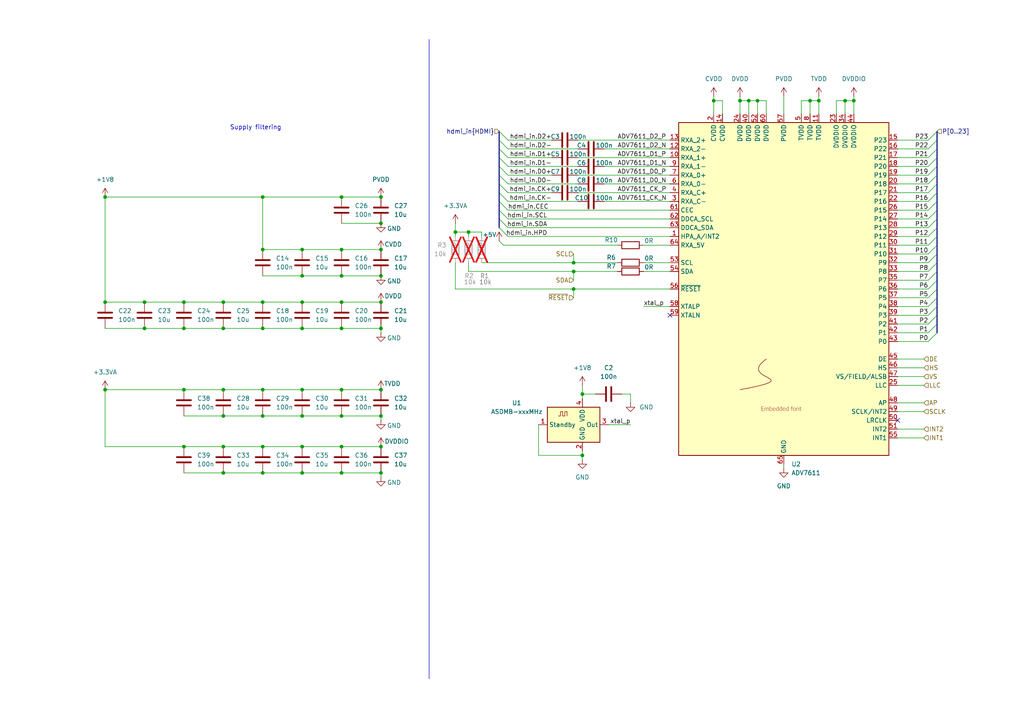
<source format=kicad_sch>
(kicad_sch (version 20250114) (generator "eeschema") (generator_version "9.0")
  (paper "A4")
  (lib_symbols
    (symbol "Device:C" (pin_numbers (hide yes)) (pin_names (offset 0.254))
      (property "Reference" "C" (at 0.635 2.54 0))
      (property "Value" "C" (at 0.635 -2.54 0))
      (symbol "C_0_1"
        (polyline (pts (xy -2.032 0.762) (xy 2.032 0.762)) (stroke (width 0.508)))
        (polyline (pts (xy -2.032 -0.762) (xy 2.032 -0.762)) (stroke (width 0.508)))
      )
      (symbol "C_1_1"
        (pin passive line (at 0 3.81 270) (length 2.794) (name "~") (number "1"))
        (pin passive line (at 0 -3.81 90) (length 2.794) (name "~") (number "2"))
      )
    )
    (symbol "Device:R" (pin_numbers (hide yes)) (pin_names (offset 0))
      (property "Reference" "R" (at 2.032 0 90))
      (property "Value" "R" (at 0 0 90))
      (symbol "R_0_1"
        (rectangle (start -1.016 -2.54) (end 1.016 2.54) (stroke (width 0.254)))
      )
      (symbol "R_1_1"
        (pin passive line (at 0 3.81 270) (length 1.27) (name "~") (number "1"))
        (pin passive line (at 0 -3.81 90) (length 1.27) (name "~") (number "2"))
      )
    )
    (symbol "Interface_HDMI:ADV7611"
      (property "Reference" "U2" (at 2.1941 -50.8 0))
      (property "Value" "ADV7611" (at 2.1941 -53.34 0))
      (symbol "ADV7611_0_1"
        (rectangle (start -30.48 48.26) (end 30.48 -48.26) (stroke (width 0.254)) (fill (type background)))
        (bezier (pts (xy -12.7 -29.21) (xy 7.62 -25.4) (xy -13.97 -26.67) (xy -5.08 -20.32)))
      )
      (symbol "ADV7611_1_1"
        (text "Embedded font" (at -0.762 -34.798 0) (effects (font (size 1.27 1.27))))
        (pin input line (at -33.02 43.18 0) (length 2.54) (name "RXA_2+") (number "13"))
        (pin input line (at -33.02 40.64 0) (length 2.54) (name "RXA_2-") (number "12"))
        (pin input line (at -33.02 38.1 0) (length 2.54) (name "RXA_1+") (number "10"))
        (pin input line (at -33.02 35.56 0) (length 2.54) (name "RXA_1-") (number "9"))
        (pin input line (at -33.02 33.02 0) (length 2.54) (name "RXA_0+") (number "7"))
        (pin input line (at -33.02 30.48 0) (length 2.54) (name "RXA_0-") (number "6"))
        (pin input line (at -33.02 27.94 0) (length 2.54) (name "RXA_C+") (number "4"))
        (pin input line (at -33.02 25.4 0) (length 2.54) (name "RXA_C-") (number "3"))
        (pin bidirectional line (at -33.02 22.86 0) (length 2.54) (name "CEC") (number "61"))
        (pin input line (at -33.02 20.32 0) (length 2.54) (name "DDCA_SCL") (number "62"))
        (pin bidirectional line (at -33.02 17.78 0) (length 2.54) (name "DDCA_SDA") (number "63"))
        (pin bidirectional line (at -33.02 15.24 0) (length 2.54) (name "HPA_A/INT2") (number "1"))
        (pin input line (at -33.02 12.7 0) (length 2.54) (name "RXA_5V") (number "64"))
        (pin input line (at -33.02 7.62 0) (length 2.54) (name "SCL") (number "53"))
        (pin bidirectional line (at -33.02 5.08 0) (length 2.54) (name "SDA") (number "54"))
        (pin input line (at -33.02 0 0) (length 2.54) (name "~{RESET}") (number "56"))
        (pin input line (at -33.02 -5.08 0) (length 2.54) (name "XTALP") (number "58"))
        (pin input line (at -33.02 -7.62 0) (length 2.54) (name "XTALN") (number "59"))
        (pin power_in line (at -20.32 50.8 270) (length 2.54) (name "CVDD") (number "2"))
        (pin power_in line (at -17.78 50.8 270) (length 2.54) (name "CVDD") (number "14"))
        (pin power_in line (at -12.7 50.8 270) (length 2.54) (name "DVDD") (number "24"))
        (pin power_in line (at -10.16 50.8 270) (length 2.54) (name "DVDD") (number "40"))
        (pin power_in line (at -7.62 50.8 270) (length 2.54) (name "DVDD") (number "52"))
        (pin power_in line (at -5.08 50.8 270) (length 2.54) (name "DVDD") (number "60"))
        (pin power_in line (at 0 50.8 270) (length 2.54) (name "PVDD") (number "57"))
        (pin power_in line (at 0 -50.8 90) (length 2.54) (name "GND") (number "65"))
        (pin power_in line (at 5.08 50.8 270) (length 2.54) (name "TVDD") (number "5"))
        (pin power_in line (at 7.62 50.8 270) (length 2.54) (name "TVDD") (number "8"))
        (pin power_in line (at 10.16 50.8 270) (length 2.54) (name "TVDD") (number "11"))
        (pin power_in line (at 15.24 50.8 270) (length 2.54) (name "DVDDIO") (number "23"))
        (pin power_in line (at 17.78 50.8 270) (length 2.54) (name "DVDDIO") (number "34"))
        (pin power_in line (at 20.32 50.8 270) (length 2.54) (name "DVDDIO") (number "44"))
        (pin output line (at 33.02 43.18 180) (length 2.54) (name "P23") (number "15"))
        (pin output line (at 33.02 40.64 180) (length 2.54) (name "P22") (number "16"))
        (pin output line (at 33.02 38.1 180) (length 2.54) (name "P21") (number "17"))
        (pin output line (at 33.02 35.56 180) (length 2.54) (name "P20") (number "18"))
        (pin output line (at 33.02 33.02 180) (length 2.54) (name "P19") (number "19"))
        (pin output line (at 33.02 30.48 180) (length 2.54) (name "P18") (number "20"))
        (pin output line (at 33.02 27.94 180) (length 2.54) (name "P17") (number "21"))
        (pin output line (at 33.02 25.4 180) (length 2.54) (name "P16") (number "22"))
        (pin output line (at 33.02 22.86 180) (length 2.54) (name "P15") (number "26"))
        (pin output line (at 33.02 20.32 180) (length 2.54) (name "P14") (number "27"))
        (pin output line (at 33.02 17.78 180) (length 2.54) (name "P13") (number "28"))
        (pin output line (at 33.02 15.24 180) (length 2.54) (name "P12") (number "29"))
        (pin output line (at 33.02 12.7 180) (length 2.54) (name "P11") (number "30"))
        (pin output line (at 33.02 10.16 180) (length 2.54) (name "P10") (number "31"))
        (pin output line (at 33.02 7.62 180) (length 2.54) (name "P9") (number "32"))
        (pin output line (at 33.02 5.08 180) (length 2.54) (name "P8") (number "33"))
        (pin output line (at 33.02 2.54 180) (length 2.54) (name "P7") (number "35"))
        (pin output line (at 33.02 0 180) (length 2.54) (name "P6") (number "36"))
        (pin output line (at 33.02 -2.54 180) (length 2.54) (name "P5") (number "37"))
        (pin output line (at 33.02 -5.08 180) (length 2.54) (name "P4") (number "38"))
        (pin output line (at 33.02 -7.62 180) (length 2.54) (name "P3") (number "39"))
        (pin output line (at 33.02 -10.16 180) (length 2.54) (name "P2") (number "41"))
        (pin output line (at 33.02 -12.7 180) (length 2.54) (name "P1") (number "42"))
        (pin output line (at 33.02 -15.24 180) (length 2.54) (name "P0") (number "43"))
        (pin output line (at 33.02 -20.32 180) (length 2.54) (name "DE") (number "45"))
        (pin output line (at 33.02 -22.86 180) (length 2.54) (name "HS") (number "46"))
        (pin bidirectional line (at 33.02 -25.4 180) (length 2.54) (name "VS/FIELD/ALSB") (number "47"))
        (pin output line (at 33.02 -27.94 180) (length 2.54) (name "LLC") (number "25"))
        (pin output line (at 33.02 -33.02 180) (length 2.54) (name "AP") (number "48"))
        (pin output line (at 33.02 -35.56 180) (length 2.54) (name "SCLK/INT2") (number "49"))
        (pin output line (at 33.02 -38.1 180) (length 2.54) (name "LRCLK") (number "50"))
        (pin output line (at 33.02 -40.64 180) (length 2.54) (name "MCLK") (number "51") (alternate "INT2" output line))
        (pin output line (at 33.02 -43.18 180) (length 2.54) (name "INT1") (number "55"))
      )
    )
    (symbol "Oscillator:ASDMB-xxxMHz"
      (property "Reference" "U" (at -6.35 6.35 0))
      (property "Value" "ASDMB-xxxMHz" (at 11.43 6.35 0))
      (symbol "ASDMB-xxxMHz_1_1"
        (rectangle (start -7.62 5.08) (end 7.62 -5.08) (stroke (width 0.254)) (fill (type background)))
        (polyline (pts (xy -4.445 2.54) (xy -3.81 2.54) (xy -3.81 3.81) (xy -3.175 3.81) (xy -3.175 2.54) (xy -2.54 2.54) (xy -2.54 3.81) (xy -1.905 3.81) (xy -1.905 2.54)))
        (pin input line (at -10.16 0 0) (length 2.54) (name "Standby") (number "1"))
        (pin power_in line (at 2.54 7.62 270) (length 2.54) (name "VDD") (number "4"))
        (pin power_in line (at 2.54 -7.62 90) (length 2.54) (name "GND") (number "2"))
        (pin output line (at 10.16 0 180) (length 2.54) (name "Out") (number "3"))
      )
    )
    (symbol "power:+1V8" (power) (pin_numbers (hide yes)) (pin_names (offset 0) (hide yes))
      (property "Value" "+1V8" (at 0 3.556 0))
      (symbol "+1V8_0_1"
        (polyline (pts (xy -0.762 1.27) (xy 0 2.54)))
        (polyline (pts (xy 0 2.54) (xy 0.762 1.27)))
        (polyline (pts (xy 0 0) (xy 0 2.54)))
      )
      (symbol "+1V8_1_1"
        (pin power_in line (at 0 0 90) (length 0) (name "~") (number "1"))
      )
    )
    (symbol "power:+3.3VA" (power) (pin_numbers (hide yes)) (pin_names (offset 0) (hide yes))
      (property "Value" "+3.3VA" (at 0 3.556 0))
      (symbol "+3.3VA_0_1"
        (polyline (pts (xy -0.762 1.27) (xy 0 2.54)))
        (polyline (pts (xy 0 2.54) (xy 0.762 1.27)))
        (polyline (pts (xy 0 0) (xy 0 2.54)))
      )
      (symbol "+3.3VA_1_1"
        (pin power_in line (at 0 0 90) (length 0) (name "~") (number "1"))
      )
    )
    (symbol "power:+5V" (power) (pin_numbers (hide yes)) (pin_names (offset 0) (hide yes))
      (property "Value" "+5V" (at 0 3.556 0))
      (symbol "+5V_0_1"
        (polyline (pts (xy -0.762 1.27) (xy 0 2.54)))
        (polyline (pts (xy 0 2.54) (xy 0.762 1.27)))
        (polyline (pts (xy 0 0) (xy 0 2.54)))
      )
      (symbol "+5V_1_1"
        (pin power_in line (at 0 0 90) (length 0) (name "~") (number "1"))
      )
    )
    (symbol "power:GND" (power) (pin_numbers (hide yes)) (pin_names (offset 0) (hide yes))
      (property "Value" "GND" (at 0 -3.81 0))
      (symbol "GND_0_1"
        (polyline (pts (xy 0 0) (xy 0 -1.27) (xy 1.27 -1.27) (xy 0 -2.54) (xy -1.27 -1.27) (xy 0 -1.27)))
      )
      (symbol "GND_1_1"
        (pin power_in line (at 0 0 270) (length 0) (name "~") (number "1"))
      )
    )
  )
  (text "Supply filtering" (at 74.168 37.084 0) (effects (font (size 1.27 1.27))))
  (junction (at 87.63 137.16))
  (junction (at 110.49 57.15))
  (junction (at 41.91 87.63))
  (junction (at 76.2 120.65))
  (junction (at 110.49 113.03))
  (junction (at 87.63 113.03))
  (junction (at 87.63 95.25))
  (junction (at 41.91 95.25))
  (junction (at 166.37 76.2))
  (junction (at 245.11 29.21))
  (junction (at 132.08 67.31))
  (junction (at 110.49 64.77))
  (junction (at 207.01 29.21))
  (junction (at 30.48 57.15))
  (junction (at 168.91 114.3))
  (junction (at 166.37 83.82))
  (junction (at 64.77 95.25))
  (junction (at 166.37 78.74))
  (junction (at 110.49 137.16))
  (junction (at 99.06 113.03))
  (junction (at 30.48 113.03))
  (junction (at 168.91 132.08))
  (junction (at 99.06 72.39))
  (junction (at 99.06 80.01))
  (junction (at 99.06 95.25))
  (junction (at 64.77 129.54))
  (junction (at 30.48 87.63))
  (junction (at 76.2 87.63))
  (junction (at 87.63 120.65))
  (junction (at 110.49 129.54))
  (junction (at 214.63 29.21))
  (junction (at 234.95 29.21))
  (junction (at 76.2 129.54))
  (junction (at 64.77 120.65))
  (junction (at 53.34 113.03))
  (junction (at 76.2 95.25))
  (junction (at 64.77 137.16))
  (junction (at 53.34 95.25))
  (junction (at 237.49 29.21))
  (junction (at 87.63 80.01))
  (junction (at 99.06 120.65))
  (junction (at 76.2 113.03))
  (junction (at 53.34 129.54))
  (junction (at 99.06 57.15))
  (junction (at 217.17 29.21))
  (junction (at 64.77 113.03))
  (junction (at 87.63 129.54))
  (junction (at 76.2 72.39))
  (junction (at 247.65 29.21))
  (junction (at 110.49 87.63))
  (junction (at 110.49 72.39))
  (junction (at 110.49 95.25))
  (junction (at 99.06 87.63))
  (junction (at 110.49 80.01))
  (junction (at 76.2 137.16))
  (junction (at 99.06 129.54))
  (junction (at 135.89 67.31))
  (junction (at 64.77 87.63))
  (junction (at 53.34 87.63))
  (junction (at 76.2 57.15))
  (junction (at 219.71 29.21))
  (junction (at 87.63 72.39))
  (junction (at 87.63 87.63))
  (junction (at 99.06 137.16))
  (junction (at 110.49 120.65))
  (no_connect (at 194.31 91.44))
  (no_connect (at 260.35 121.92))
  (bus_entry (at 269.24 45.72) (size 2.54 -2.54))
  (bus_entry (at 144.78 50.8) (size 2.54 2.54))
  (bus_entry (at 269.24 93.98) (size 2.54 -2.54))
  (bus_entry (at 269.24 78.74) (size 2.54 -2.54))
  (bus_entry (at 269.24 68.58) (size 2.54 -2.54))
  (bus_entry (at 144.78 55.88) (size 2.54 2.54))
  (bus_entry (at 269.24 96.52) (size 2.54 -2.54))
  (bus_entry (at 269.24 53.34) (size 2.54 -2.54))
  (bus_entry (at 144.78 38.1) (size 2.54 2.54))
  (bus_entry (at 269.24 60.96) (size 2.54 -2.54))
  (bus_entry (at 269.24 48.26) (size 2.54 -2.54))
  (bus_entry (at 269.24 73.66) (size 2.54 -2.54))
  (bus_entry (at 144.78 45.72) (size 2.54 2.54))
  (bus_entry (at 269.24 43.18) (size 2.54 -2.54))
  (bus_entry (at 144.78 60.96) (size 2.54 2.54))
  (bus_entry (at 269.24 76.2) (size 2.54 -2.54))
  (bus_entry (at 144.78 43.18) (size 2.54 2.54))
  (bus_entry (at 144.78 66.04) (size 2.54 2.54))
  (bus_entry (at 269.24 50.8) (size 2.54 -2.54))
  (bus_entry (at 144.78 48.26) (size 2.54 2.54))
  (bus_entry (at 269.24 91.44) (size 2.54 -2.54))
  (bus_entry (at 269.24 83.82) (size 2.54 -2.54))
  (bus_entry (at 269.24 99.06) (size 2.54 -2.54))
  (bus_entry (at 269.24 66.04) (size 2.54 -2.54))
  (bus_entry (at 144.78 53.34) (size 2.54 2.54))
  (bus_entry (at 144.78 63.5) (size 2.54 2.54))
  (bus_entry (at 269.24 86.36) (size 2.54 -2.54))
  (bus_entry (at 269.24 55.88) (size 2.54 -2.54))
  (bus_entry (at 144.78 58.42) (size 2.54 2.54))
  (bus_entry (at 269.24 81.28) (size 2.54 -2.54))
  (bus_entry (at 269.24 58.42) (size 2.54 -2.54))
  (bus_entry (at 144.78 40.64) (size 2.54 2.54))
  (bus_entry (at 269.24 40.64) (size 2.54 -2.54))
  (bus_entry (at 269.24 63.5) (size 2.54 -2.54))
  (bus_entry (at 269.24 71.12) (size 2.54 -2.54))
  (bus_entry (at 269.24 88.9) (size 2.54 -2.54))
  (wire (pts (xy 168.91 130.81) (xy 168.91 132.08)))
  (wire (pts (xy 166.37 78.74) (xy 179.07 78.74)))
  (wire (pts (xy 156.21 132.08) (xy 168.91 132.08)))
  (wire (pts (xy 147.32 45.72) (xy 160.02 45.72)))
  (bus (pts (xy 271.78 50.8) (xy 271.78 53.34)))
  (wire (pts (xy 87.63 80.01) (xy 99.06 80.01)))
  (bus (pts (xy 144.78 45.72) (xy 144.78 48.26)))
  (wire (pts (xy 209.55 29.21) (xy 207.01 29.21)))
  (wire (pts (xy 207.01 27.94) (xy 207.01 29.21)))
  (bus (pts (xy 144.78 50.8) (xy 144.78 53.34)))
  (wire (pts (xy 260.35 45.72) (xy 269.24 45.72)))
  (wire (pts (xy 99.06 57.15) (xy 110.49 57.15)))
  (wire (pts (xy 227.33 134.62) (xy 227.33 135.89)))
  (wire (pts (xy 222.25 33.02) (xy 222.25 29.21)))
  (wire (pts (xy 147.32 58.42) (xy 167.64 58.42)))
  (wire (pts (xy 260.35 50.8) (xy 269.24 50.8)))
  (wire (pts (xy 260.35 58.42) (xy 269.24 58.42)))
  (bus (pts (xy 271.78 40.64) (xy 271.78 43.18)))
  (wire (pts (xy 234.95 29.21) (xy 237.49 29.21)))
  (bus (pts (xy 271.78 73.66) (xy 271.78 76.2)))
  (wire (pts (xy 214.63 29.21) (xy 214.63 33.02)))
  (wire (pts (xy 53.34 129.54) (xy 30.48 129.54)))
  (wire (pts (xy 186.69 76.2) (xy 194.31 76.2)))
  (bus (pts (xy 271.78 86.36) (xy 271.78 88.9)))
  (wire (pts (xy 99.06 87.63) (xy 87.63 87.63)))
  (wire (pts (xy 139.7 76.2) (xy 166.37 76.2)))
  (wire (pts (xy 186.69 71.12) (xy 194.31 71.12)))
  (wire (pts (xy 175.26 53.34) (xy 194.31 53.34)))
  (bus (pts (xy 144.78 40.64) (xy 144.78 43.18)))
  (wire (pts (xy 166.37 83.82) (xy 166.37 86.36)))
  (wire (pts (xy 53.34 95.25) (xy 64.77 95.25)))
  (wire (pts (xy 172.72 114.3) (xy 168.91 114.3)))
  (wire (pts (xy 135.89 76.2) (xy 135.89 78.74)))
  (wire (pts (xy 147.32 66.04) (xy 194.31 66.04)))
  (wire (pts (xy 260.35 78.74) (xy 269.24 78.74)))
  (wire (pts (xy 30.48 95.25) (xy 41.91 95.25)))
  (wire (pts (xy 219.71 29.21) (xy 217.17 29.21)))
  (bus (pts (xy 271.78 66.04) (xy 271.78 68.58)))
  (wire (pts (xy 110.49 129.54) (xy 99.06 129.54)))
  (bus (pts (xy 144.78 60.96) (xy 144.78 63.5)))
  (wire (pts (xy 76.2 80.01) (xy 87.63 80.01)))
  (wire (pts (xy 260.35 124.46) (xy 267.97 124.46)))
  (wire (pts (xy 260.35 119.38) (xy 267.97 119.38)))
  (bus (pts (xy 271.78 58.42) (xy 271.78 60.96)))
  (wire (pts (xy 260.35 96.52) (xy 269.24 96.52)))
  (bus (pts (xy 271.78 81.28) (xy 271.78 83.82)))
  (bus (pts (xy 271.78 68.58) (xy 271.78 71.12)))
  (bus (pts (xy 144.78 58.42) (xy 144.78 60.96)))
  (wire (pts (xy 168.91 114.3) (xy 168.91 115.57)))
  (wire (pts (xy 147.32 63.5) (xy 194.31 63.5)))
  (bus (pts (xy 271.78 76.2) (xy 271.78 78.74)))
  (wire (pts (xy 135.89 67.31) (xy 139.7 67.31)))
  (wire (pts (xy 182.88 114.3) (xy 182.88 116.84)))
  (wire (pts (xy 132.08 76.2) (xy 132.08 83.82)))
  (wire (pts (xy 147.32 53.34) (xy 167.64 53.34)))
  (wire (pts (xy 260.35 99.06) (xy 269.24 99.06)))
  (bus (pts (xy 271.78 55.88) (xy 271.78 58.42)))
  (wire (pts (xy 76.2 57.15) (xy 76.2 72.39)))
  (wire (pts (xy 180.34 114.3) (xy 182.88 114.3)))
  (wire (pts (xy 99.06 113.03) (xy 87.63 113.03)))
  (wire (pts (xy 76.2 137.16) (xy 87.63 137.16)))
  (bus (pts (xy 144.78 38.1) (xy 144.78 40.64)))
  (bus (pts (xy 271.78 71.12) (xy 271.78 73.66)))
  (wire (pts (xy 146.05 71.12) (xy 179.07 71.12)))
  (wire (pts (xy 260.35 127) (xy 267.97 127)))
  (wire (pts (xy 147.32 50.8) (xy 160.02 50.8)))
  (wire (pts (xy 76.2 72.39) (xy 87.63 72.39)))
  (wire (pts (xy 242.57 33.02) (xy 242.57 29.21)))
  (wire (pts (xy 219.71 29.21) (xy 219.71 33.02)))
  (wire (pts (xy 260.35 68.58) (xy 269.24 68.58)))
  (wire (pts (xy 53.34 137.16) (xy 64.77 137.16)))
  (wire (pts (xy 260.35 63.5) (xy 269.24 63.5)))
  (wire (pts (xy 147.32 55.88) (xy 160.02 55.88)))
  (wire (pts (xy 64.77 120.65) (xy 76.2 120.65)))
  (wire (pts (xy 260.35 93.98) (xy 269.24 93.98)))
  (wire (pts (xy 260.35 88.9) (xy 269.24 88.9)))
  (wire (pts (xy 87.63 113.03) (xy 76.2 113.03)))
  (wire (pts (xy 87.63 120.65) (xy 99.06 120.65)))
  (wire (pts (xy 139.7 67.31) (xy 139.7 68.58)))
  (wire (pts (xy 99.06 80.01) (xy 110.49 80.01)))
  (wire (pts (xy 110.49 120.65) (xy 110.49 121.92)))
  (wire (pts (xy 260.35 83.82) (xy 269.24 83.82)))
  (wire (pts (xy 217.17 29.21) (xy 214.63 29.21)))
  (wire (pts (xy 87.63 87.63) (xy 76.2 87.63)))
  (wire (pts (xy 260.35 73.66) (xy 269.24 73.66)))
  (wire (pts (xy 260.35 86.36) (xy 269.24 86.36)))
  (bus (pts (xy 144.78 48.26) (xy 144.78 50.8)))
  (wire (pts (xy 214.63 27.94) (xy 214.63 29.21)))
  (wire (pts (xy 110.49 137.16) (xy 110.49 138.43)))
  (wire (pts (xy 222.25 29.21) (xy 219.71 29.21)))
  (wire (pts (xy 232.41 29.21) (xy 234.95 29.21)))
  (wire (pts (xy 175.26 43.18) (xy 194.31 43.18)))
  (wire (pts (xy 260.35 40.64) (xy 269.24 40.64)))
  (wire (pts (xy 146.05 71.12) (xy 144.78 69.85)))
  (wire (pts (xy 166.37 83.82) (xy 194.31 83.82)))
  (wire (pts (xy 30.48 57.15) (xy 76.2 57.15)))
  (wire (pts (xy 245.11 29.21) (xy 245.11 33.02)))
  (wire (pts (xy 234.95 29.21) (xy 234.95 33.02)))
  (wire (pts (xy 132.08 67.31) (xy 135.89 67.31)))
  (wire (pts (xy 242.57 29.21) (xy 245.11 29.21)))
  (wire (pts (xy 30.48 113.03) (xy 30.48 129.54)))
  (wire (pts (xy 166.37 73.66) (xy 166.37 76.2)))
  (wire (pts (xy 135.89 78.74) (xy 166.37 78.74)))
  (wire (pts (xy 99.06 64.77) (xy 110.49 64.77)))
  (bus (pts (xy 271.78 60.96) (xy 271.78 63.5)))
  (wire (pts (xy 186.69 78.74) (xy 194.31 78.74)))
  (polyline (pts (xy 124.46 11.43) (xy 124.46 196.85)))
  (wire (pts (xy 260.35 43.18) (xy 269.24 43.18)))
  (wire (pts (xy 260.35 106.68) (xy 267.97 106.68)))
  (wire (pts (xy 41.91 95.25) (xy 53.34 95.25)))
  (wire (pts (xy 53.34 87.63) (xy 41.91 87.63)))
  (wire (pts (xy 87.63 95.25) (xy 99.06 95.25)))
  (wire (pts (xy 87.63 137.16) (xy 99.06 137.16)))
  (wire (pts (xy 260.35 81.28) (xy 269.24 81.28)))
  (wire (pts (xy 166.37 78.74) (xy 166.37 81.28)))
  (wire (pts (xy 147.32 43.18) (xy 167.64 43.18)))
  (wire (pts (xy 260.35 109.22) (xy 267.97 109.22)))
  (wire (pts (xy 147.32 40.64) (xy 160.02 40.64)))
  (wire (pts (xy 147.32 68.58) (xy 194.31 68.58)))
  (wire (pts (xy 99.06 129.54) (xy 87.63 129.54)))
  (wire (pts (xy 209.55 33.02) (xy 209.55 29.21)))
  (bus (pts (xy 144.78 55.88) (xy 144.78 58.42)))
  (wire (pts (xy 260.35 91.44) (xy 269.24 91.44)))
  (wire (pts (xy 168.91 111.76) (xy 168.91 114.3)))
  (wire (pts (xy 64.77 137.16) (xy 76.2 137.16)))
  (wire (pts (xy 207.01 29.21) (xy 207.01 33.02)))
  (bus (pts (xy 271.78 63.5) (xy 271.78 66.04)))
  (bus (pts (xy 271.78 91.44) (xy 271.78 93.98)))
  (wire (pts (xy 30.48 57.15) (xy 30.48 87.63)))
  (wire (pts (xy 132.08 64.77) (xy 132.08 67.31)))
  (wire (pts (xy 260.35 71.12) (xy 269.24 71.12)))
  (wire (pts (xy 64.77 87.63) (xy 76.2 87.63)))
  (wire (pts (xy 260.35 76.2) (xy 269.24 76.2)))
  (wire (pts (xy 110.49 95.25) (xy 110.49 96.52)))
  (wire (pts (xy 175.26 58.42) (xy 194.31 58.42)))
  (bus (pts (xy 271.78 48.26) (xy 271.78 50.8)))
  (wire (pts (xy 99.06 95.25) (xy 110.49 95.25)))
  (wire (pts (xy 87.63 129.54) (xy 76.2 129.54)))
  (wire (pts (xy 99.06 137.16) (xy 110.49 137.16)))
  (wire (pts (xy 237.49 27.94) (xy 237.49 29.21)))
  (wire (pts (xy 175.26 48.26) (xy 194.31 48.26)))
  (wire (pts (xy 247.65 29.21) (xy 247.65 33.02)))
  (wire (pts (xy 232.41 29.21) (xy 232.41 33.02)))
  (wire (pts (xy 64.77 113.03) (xy 53.34 113.03)))
  (wire (pts (xy 260.35 111.76) (xy 267.97 111.76)))
  (wire (pts (xy 260.35 66.04) (xy 269.24 66.04)))
  (bus (pts (xy 271.78 83.82) (xy 271.78 86.36)))
  (wire (pts (xy 53.34 120.65) (xy 64.77 120.65)))
  (wire (pts (xy 110.49 87.63) (xy 99.06 87.63)))
  (wire (pts (xy 260.35 116.84) (xy 267.97 116.84)))
  (wire (pts (xy 64.77 129.54) (xy 76.2 129.54)))
  (wire (pts (xy 147.32 60.96) (xy 194.31 60.96)))
  (bus (pts (xy 271.78 53.34) (xy 271.78 55.88)))
  (wire (pts (xy 64.77 87.63) (xy 53.34 87.63)))
  (wire (pts (xy 217.17 29.21) (xy 217.17 33.02)))
  (wire (pts (xy 176.53 123.19) (xy 182.88 123.19)))
  (wire (pts (xy 147.32 48.26) (xy 167.64 48.26)))
  (bus (pts (xy 271.78 88.9) (xy 271.78 91.44)))
  (wire (pts (xy 166.37 76.2) (xy 179.07 76.2)))
  (wire (pts (xy 260.35 55.88) (xy 269.24 55.88)))
  (wire (pts (xy 156.21 123.19) (xy 156.21 132.08)))
  (bus (pts (xy 271.78 45.72) (xy 271.78 48.26)))
  (bus (pts (xy 144.78 63.5) (xy 144.78 66.04)))
  (wire (pts (xy 87.63 72.39) (xy 99.06 72.39)))
  (wire (pts (xy 237.49 33.02) (xy 237.49 29.21)))
  (wire (pts (xy 168.91 132.08) (xy 168.91 133.35)))
  (bus (pts (xy 271.78 78.74) (xy 271.78 81.28)))
  (wire (pts (xy 167.64 40.64) (xy 194.31 40.64)))
  (wire (pts (xy 260.35 48.26) (xy 269.24 48.26)))
  (wire (pts (xy 260.35 104.14) (xy 267.97 104.14)))
  (wire (pts (xy 64.77 95.25) (xy 76.2 95.25)))
  (bus (pts (xy 271.78 38.1) (xy 271.78 40.64)))
  (wire (pts (xy 167.64 55.88) (xy 194.31 55.88)))
  (wire (pts (xy 227.33 27.94) (xy 227.33 33.02)))
  (wire (pts (xy 76.2 57.15) (xy 99.06 57.15)))
  (wire (pts (xy 99.06 72.39) (xy 110.49 72.39)))
  (wire (pts (xy 110.49 113.03) (xy 99.06 113.03)))
  (bus (pts (xy 271.78 93.98) (xy 271.78 96.52)))
  (wire (pts (xy 167.64 45.72) (xy 194.31 45.72)))
  (wire (pts (xy 99.06 120.65) (xy 110.49 120.65)))
  (wire (pts (xy 132.08 83.82) (xy 166.37 83.82)))
  (wire (pts (xy 41.91 87.63) (xy 30.48 87.63)))
  (wire (pts (xy 260.35 60.96) (xy 269.24 60.96)))
  (wire (pts (xy 30.48 113.03) (xy 53.34 113.03)))
  (wire (pts (xy 167.64 50.8) (xy 194.31 50.8)))
  (wire (pts (xy 186.69 88.9) (xy 194.31 88.9)))
  (wire (pts (xy 64.77 113.03) (xy 76.2 113.03)))
  (bus (pts (xy 271.78 43.18) (xy 271.78 45.72)))
  (wire (pts (xy 76.2 120.65) (xy 87.63 120.65)))
  (bus (pts (xy 144.78 43.18) (xy 144.78 45.72)))
  (bus (pts (xy 144.78 53.34) (xy 144.78 55.88)))
  (wire (pts (xy 64.77 129.54) (xy 53.34 129.54)))
  (wire (pts (xy 247.65 27.94) (xy 247.65 29.21)))
  (wire (pts (xy 135.89 67.31) (xy 135.89 68.58)))
  (wire (pts (xy 132.08 67.31) (xy 132.08 68.58)))
  (wire (pts (xy 260.35 53.34) (xy 269.24 53.34)))
  (wire (pts (xy 76.2 95.25) (xy 87.63 95.25)))
  (wire (pts (xy 245.11 29.21) (xy 247.65 29.21)))
  (label "P17" (at 269.24 55.88 180))
  (label "ADV7611_CK_N" (at 179.07 58.42 0))
  (label "hdmi_in.CEC" (at 147.32 60.96 0))
  (label "P19" (at 269.24 50.8 180))
  (label "ADV7611_D2_N" (at 179.07 43.18 0))
  (label "P20" (at 269.24 48.26 180))
  (label "P22" (at 269.24 43.18 180))
  (label "P12" (at 269.24 68.58 180))
  (label "ADV7611_D0_P" (at 179.07 50.8 0))
  (label "hdmi_in.D0-" (at 160.02 53.34 180))
  (label "P10" (at 269.24 73.66 180))
  (label "hdmi_in.D1-" (at 160.02 48.26 180))
  (label "xtal_p" (at 182.88 123.19 180))
  (label "P23" (at 269.24 40.64 180))
  (label "P0" (at 269.24 99.06 180))
  (label "P16" (at 269.24 58.42 180))
  (label "P5" (at 269.24 86.36 180))
  (label "hdmi_in.D2-" (at 160.02 43.18 180))
  (label "hdmi_in.SDA" (at 158.75 66.04 180))
  (label "P21" (at 269.24 45.72 180))
  (label "P4" (at 269.24 88.9 180))
  (label "ADV7611_D1_P" (at 179.07 45.72 0))
  (label "hdmi_in.CK+" (at 160.02 55.88 180))
  (label "P14" (at 269.24 63.5 180))
  (label "P15" (at 269.24 60.96 180))
  (label "P13" (at 269.24 66.04 180))
  (label "P9" (at 269.24 76.2 180))
  (label "ADV7611_CK_P" (at 179.07 55.88 0))
  (label "P18" (at 269.24 53.34 180))
  (label "hdmi_in.D0+" (at 160.02 50.8 180))
  (label "hdmi_in.D1+" (at 160.02 45.72 180))
  (label "P1" (at 269.24 96.52 180))
  (label "P7" (at 269.24 81.28 180))
  (label "ADV7611_D0_N" (at 179.07 53.34 0))
  (label "hdmi_in.D2+" (at 160.02 40.64 180))
  (label "hdmi_in.CK-" (at 160.02 58.42 180))
  (label "hdmi_in.SCL" (at 158.75 63.5 180))
  (label "xtal_p" (at 186.69 88.9 0))
  (label "ADV7611_D2_P" (at 179.07 40.64 0))
  (label "ADV7611_D1_N" (at 179.07 48.26 0))
  (label "P8" (at 269.24 78.74 180))
  (label "P6" (at 269.24 83.82 180))
  (label "P3" (at 269.24 91.44 180))
  (label "P2" (at 269.24 93.98 180))
  (label "P11" (at 269.24 71.12 180))
  (label "hdmi_in.HPD" (at 158.75 68.58 180))
  (hierarchical_label "hdmi_in{HDMI}" (shape input) (at 144.78 38.1 180))
  (hierarchical_label "SCL" (shape input) (at 166.37 73.66 180))
  (hierarchical_label "SCLK" (shape input) (at 267.97 119.38 0))
  (hierarchical_label "~{RESET}" (shape input) (at 166.37 86.36 180))
  (hierarchical_label "HS" (shape input) (at 267.97 106.68 0))
  (hierarchical_label "INT1" (shape input) (at 267.97 127 0))
  (hierarchical_label "LLC" (shape input) (at 267.97 111.76 0))
  (hierarchical_label "SDA" (shape input) (at 166.37 81.28 180))
  (hierarchical_label "DE" (shape input) (at 267.97 104.14 0))
  (hierarchical_label "AP" (shape input) (at 267.97 116.84 0))
  (hierarchical_label "P[0..23]" (shape input) (at 271.78 38.1 0))
  (hierarchical_label "INT2" (shape input) (at 267.97 124.46 0))
  (hierarchical_label "VS" (shape input) (at 267.97 109.22 0))
  (symbol (lib_id "Oscillator:ASDMB-xxxMHz") (at 166.37 123.19 0) (unit 1)
    (property "Reference" "U1" (at 149.86 116.8714 0))
    (property "Value" "ASDMB-xxxMHz" (at 149.86 119.4114 0))
    (property "Footprint" "Oscillator:Oscillator_SMD_Abracon_ASDMB-4Pin_2.5x2.0mm" (effects (hide yes)))
    (property "Datasheet" "https://abracon.com/Oscillators/ASDMB.pdf" (effects (hide yes)))
    (property "Description" "1.8-3.3V SMD Ultra Miniature Crystal Clock Oscillator, Abracon" (effects (hide yes)))
    (property "MPN" "ASDMB-28.6363MHz-XY" (effects (hide yes)))
    (property "Output Load" "15pF" (effects (hide yes)))
  )
  (symbol (lib_id "power:+3.3VA") (at 110.49 129.54 0) (unit 1)
    (property "Reference" "#PWR047" (effects (hide yes)))
    (property "Value" "DVDDIO" (at 115.062 128.016 0))
    (property "Description" "Power symbol creates a global label with name \"+3.3VA\"" (effects (hide yes)))
  )
  (symbol (lib_id "Device:C") (at 110.49 91.44 0) (unit 1)
    (property "Reference" "C21" (at 114.3 90.1699 0) (effects (justify left)))
    (property "Value" "10u" (at 114.3 92.7099 0) (effects (justify left)))
    (property "Description" "Unpolarized capacitor" (effects (hide yes)))
  )
  (symbol (lib_id "power:GND") (at 110.49 121.92 0) (unit 1)
    (property "Reference" "#PWR028" (effects (hide yes)))
    (property "Value" "GND" (at 114.3 123.444 0))
    (property "Description" "Power symbol creates a global label with name \"GND\" , ground" (effects (hide yes)))
  )
  (symbol (lib_id "power:GND") (at 182.88 116.84 0) (unit 1)
    (property "Reference" "#PWR04" (effects (hide yes)))
    (property "Value" "GND" (at 185.42 118.1099 0) (effects (justify left)))
    (property "Description" "Power symbol creates a global label with name \"GND\" , ground" (effects (hide yes)))
  )
  (symbol (lib_id "power:+3.3VA") (at 247.65 27.94 0) (unit 1)
    (property "Reference" "#PWR052" (effects (hide yes)))
    (property "Value" "DVDDIO" (at 247.65 22.86 0))
    (property "Description" "Power symbol creates a global label with name \"+3.3VA\"" (effects (hide yes)))
  )
  (symbol (lib_id "Device:R") (at 139.7 72.39 0) (unit 1) (in_bom no) (dnp yes)
    (property "Reference" "R1" (at 139.192 80.01 0) (effects (justify left)))
    (property "Value" "10k" (at 138.938 81.788 0) (effects (justify left)))
    (property "Datasheet" "www.example.com" (effects (hide yes)))
    (property "Description" "Resistor" (effects (hide yes)))
    (property "DNP" "DNP" (at 139.7 72.136 90))
  )
  (symbol (lib_id "Device:C") (at 99.06 60.96 0) (unit 1)
    (property "Reference" "C26" (at 102.87 59.6899 0) (effects (justify left)))
    (property "Value" "100n" (at 102.87 62.2299 0) (effects (justify left)))
    (property "Description" "Unpolarized capacitor" (effects (hide yes)))
  )
  (symbol (lib_id "power:+3.3VA") (at 132.08 64.77 0) (unit 1)
    (property "Reference" "#PWR08" (effects (hide yes)))
    (property "Value" "+3.3VA" (at 132.08 59.69 0))
    (property "Description" "Power symbol creates a global label with name \"+3.3VA\"" (effects (hide yes)))
  )
  (symbol (lib_id "power:+1V8") (at 168.91 111.76 0) (unit 1)
    (property "Reference" "#PWR05" (effects (hide yes)))
    (property "Value" "+1V8" (at 168.91 106.68 0))
    (property "Description" "Power symbol creates a global label with name \"+1V8\"" (effects (hide yes)))
  )
  (symbol (lib_id "power:+3.3VA") (at 237.49 27.94 0) (unit 1)
    (property "Reference" "#PWR051" (effects (hide yes)))
    (property "Value" "TVDD" (at 237.49 22.86 0))
    (property "Description" "Power symbol creates a global label with name \"+3.3VA\"" (effects (hide yes)))
  )
  (symbol (lib_id "Device:C") (at 163.83 40.64 90) (unit 1)
    (property "Reference" "C3" (at 161.036 39.624 90))
    (property "Value" "100n" (at 167.64 39.624 90))
    (property "Description" "Unpolarized capacitor" (effects (hide yes)))
  )
  (symbol (lib_id "Device:C") (at 53.34 133.35 0) (unit 1)
    (property "Reference" "C39" (at 57.15 132.0799 0) (effects (justify left)))
    (property "Value" "100n" (at 57.15 134.6199 0) (effects (justify left)))
    (property "Description" "Unpolarized capacitor" (effects (hide yes)))
  )
  (symbol (lib_id "Device:C") (at 64.77 116.84 0) (unit 1)
    (property "Reference" "C28" (at 68.58 115.5699 0) (effects (justify left)))
    (property "Value" "10u" (at 68.58 118.1099 0) (effects (justify left)))
    (property "Description" "Unpolarized capacitor" (effects (hide yes)))
  )
  (symbol (lib_id "power:GND") (at 110.49 80.01 0) (unit 1)
    (property "Reference" "#PWR026" (effects (hide yes)))
    (property "Value" "GND" (at 114.3 81.534 0))
    (property "Description" "Power symbol creates a global label with name \"GND\" , ground" (effects (hide yes)))
  )
  (symbol (lib_id "Device:R") (at 182.88 78.74 90) (unit 1)
    (property "Reference" "R7" (at 177.292 77.216 90))
    (property "Value" "0R" (at 188.214 77.47 90))
    (property "Description" "Resistor" (effects (hide yes)))
  )
  (symbol (lib_id "power:+1V8") (at 227.33 27.94 0) (unit 1)
    (property "Reference" "#PWR050" (effects (hide yes)))
    (property "Value" "PVDD" (at 227.33 22.86 0))
    (property "Description" "Power symbol creates a global label with name \"+1V8\"" (effects (hide yes)))
  )
  (symbol (lib_id "Device:R") (at 182.88 76.2 90) (unit 1)
    (property "Reference" "R6" (at 177.292 74.676 90))
    (property "Value" "0R" (at 188.214 74.93 90))
    (property "Description" "Resistor" (effects (hide yes)))
  )
  (symbol (lib_id "power:GND") (at 110.49 64.77 0) (unit 1)
    (property "Reference" "#PWR029" (effects (hide yes)))
    (property "Value" "GND" (at 114.3 66.294 0))
    (property "Description" "Power symbol creates a global label with name \"GND\" , ground" (effects (hide yes)))
  )
  (symbol (lib_id "Device:C") (at 53.34 116.84 0) (unit 1)
    (property "Reference" "C38" (at 57.15 115.5699 0) (effects (justify left)))
    (property "Value" "100n" (at 57.15 118.1099 0) (effects (justify left)))
    (property "Description" "Unpolarized capacitor" (effects (hide yes)))
  )
  (symbol (lib_id "Device:C") (at 110.49 60.96 0) (unit 1)
    (property "Reference" "C27" (at 114.3 59.6899 0) (effects (justify left)))
    (property "Value" "10u" (at 114.3 62.2299 0) (effects (justify left)))
    (property "Description" "Unpolarized capacitor" (effects (hide yes)))
  )
  (symbol (lib_id "Device:C") (at 76.2 76.2 0) (unit 1)
    (property "Reference" "C14" (at 80.01 74.9299 0) (effects (justify left)))
    (property "Value" "100n" (at 80.01 77.4699 0) (effects (justify left)))
    (property "Description" "Unpolarized capacitor" (effects (hide yes)))
  )
  (symbol (lib_id "power:+1V8") (at 214.63 27.94 0) (unit 1)
    (property "Reference" "#PWR049" (effects (hide yes)))
    (property "Value" "DVDD" (at 214.63 22.86 0))
    (property "Description" "Power symbol creates a global label with name \"+1V8\"" (effects (hide yes)))
  )
  (symbol (lib_id "Device:C") (at 99.06 116.84 0) (unit 1)
    (property "Reference" "C31" (at 102.87 115.5699 0) (effects (justify left)))
    (property "Value" "100n" (at 102.87 118.1099 0) (effects (justify left)))
    (property "Description" "Unpolarized capacitor" (effects (hide yes)))
  )
  (symbol (lib_id "Device:C") (at 87.63 76.2 0) (unit 1)
    (property "Reference" "C15" (at 91.44 74.9299 0) (effects (justify left)))
    (property "Value" "10u" (at 91.44 77.4699 0) (effects (justify left)))
    (property "Description" "Unpolarized capacitor" (effects (hide yes)))
  )
  (symbol (lib_id "Device:R") (at 182.88 71.12 90) (unit 1)
    (property "Reference" "R10" (at 177.292 69.596 90))
    (property "Value" "0R" (at 188.214 69.85 90))
    (property "Description" "Resistor" (effects (hide yes)))
  )
  (symbol (lib_id "Device:C") (at 171.45 43.18 90) (unit 1)
    (property "Reference" "C4" (at 168.656 42.164 90))
    (property "Value" "100n" (at 175.26 42.164 90))
    (property "Description" "Unpolarized capacitor" (effects (hide yes)))
  )
  (symbol (lib_id "Device:C") (at 171.45 53.34 90) (unit 1)
    (property "Reference" "C8" (at 168.656 52.324 90))
    (property "Value" "100n" (at 175.26 52.324 90))
    (property "Description" "Unpolarized capacitor" (effects (hide yes)))
  )
  (symbol (lib_id "Device:C") (at 110.49 116.84 0) (unit 1)
    (property "Reference" "C32" (at 114.3 115.5699 0) (effects (justify left)))
    (property "Value" "10u" (at 114.3 118.1099 0) (effects (justify left)))
    (property "Description" "Unpolarized capacitor" (effects (hide yes)))
  )
  (symbol (lib_id "power:GND") (at 168.91 133.35 0) (unit 1)
    (property "Reference" "#PWR06" (effects (hide yes)))
    (property "Value" "GND" (at 168.91 138.43 0))
    (property "Description" "Power symbol creates a global label with name \"GND\" , ground" (effects (hide yes)))
  )
  (symbol (lib_id "Device:C") (at 171.45 58.42 90) (unit 1)
    (property "Reference" "C10" (at 168.656 57.404 90))
    (property "Value" "100n" (at 175.26 57.404 90))
    (property "Description" "Unpolarized capacitor" (effects (hide yes)))
  )
  (symbol (lib_id "Device:C") (at 41.91 91.44 0) (unit 1)
    (property "Reference" "C23" (at 45.72 90.1699 0) (effects (justify left)))
    (property "Value" "10u" (at 45.72 92.7099 0) (effects (justify left)))
    (property "Description" "Unpolarized capacitor" (effects (hide yes)))
  )
  (symbol (lib_id "power:+1V8") (at 110.49 72.39 0) (unit 1)
    (property "Reference" "#PWR044" (effects (hide yes)))
    (property "Value" "CVDD" (at 114.046 70.866 0))
    (property "Description" "Power symbol creates a global label with name \"+1V8\"" (effects (hide yes)))
  )
  (symbol (lib_id "Device:C") (at 76.2 116.84 0) (unit 1)
    (property "Reference" "C29" (at 80.01 115.5699 0) (effects (justify left)))
    (property "Value" "100n" (at 80.01 118.1099 0) (effects (justify left)))
    (property "Description" "Unpolarized capacitor" (effects (hide yes)))
  )
  (symbol (lib_id "power:+3.3VA") (at 30.48 113.03 0) (unit 1)
    (property "Reference" "#PWR032" (effects (hide yes)))
    (property "Value" "+3.3VA" (at 30.48 107.95 0))
    (property "Description" "Power symbol creates a global label with name \"+3.3VA\"" (effects (hide yes)))
  )
  (symbol (lib_id "Device:C") (at 76.2 91.44 0) (unit 1)
    (property "Reference" "C18" (at 80.01 90.1699 0) (effects (justify left)))
    (property "Value" "100n" (at 80.01 92.7099 0) (effects (justify left)))
    (property "Description" "Unpolarized capacitor" (effects (hide yes)))
  )
  (symbol (lib_id "Device:R") (at 135.89 72.39 0) (mirror y) (unit 1) (in_bom no) (dnp yes)
    (property "Reference" "R2" (at 137.414 80.01 0) (effects (justify left)))
    (property "Value" "10k" (at 138.176 81.788 0) (effects (justify left)))
    (property "Description" "Resistor" (effects (hide yes)))
    (property "DNP" "DNP" (at 135.89 72.136 90))
  )
  (symbol (lib_id "power:+3.3VA") (at 110.49 113.03 0) (unit 1)
    (property "Reference" "#PWR046" (effects (hide yes)))
    (property "Value" "TVDD" (at 113.792 111.252 0))
    (property "Description" "Power symbol creates a global label with name \"+3.3VA\"" (effects (hide yes)))
  )
  (symbol (lib_id "Device:C") (at 99.06 91.44 0) (unit 1)
    (property "Reference" "C20" (at 102.87 90.1699 0) (effects (justify left)))
    (property "Value" "100n" (at 102.87 92.7099 0) (effects (justify left)))
    (property "Description" "Unpolarized capacitor" (effects (hide yes)))
  )
  (symbol (lib_id "Device:R") (at 132.08 72.39 0) (mirror y) (unit 1) (in_bom no) (dnp yes)
    (property "Reference" "R3" (at 129.54 71.1199 0) (effects (justify left)))
    (property "Value" "10k" (at 129.54 73.6599 0) (effects (justify left)))
    (property "Description" "Resistor" (effects (hide yes)))
    (property "DNP" "DNP" (at 132.08 72.136 90))
  )
  (symbol (lib_id "Device:C") (at 64.77 133.35 0) (unit 1)
    (property "Reference" "C33" (at 68.58 132.0799 0) (effects (justify left)))
    (property "Value" "10u" (at 68.58 134.6199 0) (effects (justify left)))
    (property "Description" "Unpolarized capacitor" (effects (hide yes)))
  )
  (symbol (lib_id "power:GND") (at 110.49 138.43 0) (unit 1)
    (property "Reference" "#PWR031" (effects (hide yes)))
    (property "Value" "GND" (at 114.3 139.954 0))
    (property "Description" "Power symbol creates a global label with name \"GND\" , ground" (effects (hide yes)))
  )
  (symbol (lib_id "Device:C") (at 76.2 133.35 0) (unit 1)
    (property "Reference" "C34" (at 80.01 132.0799 0) (effects (justify left)))
    (property "Value" "100n" (at 80.01 134.6199 0) (effects (justify left)))
    (property "Description" "Unpolarized capacitor" (effects (hide yes)))
  )
  (symbol (lib_id "Device:C") (at 87.63 116.84 0) (unit 1)
    (property "Reference" "C30" (at 91.44 115.5699 0) (effects (justify left)))
    (property "Value" "10u" (at 91.44 118.1099 0) (effects (justify left)))
    (property "Description" "Unpolarized capacitor" (effects (hide yes)))
  )
  (symbol (lib_id "Device:C") (at 30.48 91.44 0) (unit 1)
    (property "Reference" "C22" (at 34.29 90.1699 0) (effects (justify left)))
    (property "Value" "100n" (at 34.29 92.7099 0) (effects (justify left)))
    (property "Description" "Unpolarized capacitor" (effects (hide yes)))
  )
  (symbol (lib_id "Device:C") (at 163.83 45.72 90) (unit 1)
    (property "Reference" "C5" (at 161.036 44.704 90))
    (property "Value" "100n" (at 167.64 44.704 90))
    (property "Description" "Unpolarized capacitor" (effects (hide yes)))
  )
  (symbol (lib_id "power:+1V8") (at 110.49 57.15 0) (unit 1)
    (property "Reference" "#PWR043" (effects (hide yes)))
    (property "Value" "PVDD" (at 110.49 52.07 0))
    (property "Description" "Power symbol creates a global label with name \"+1V8\"" (effects (hide yes)))
  )
  (symbol (lib_id "Interface_HDMI:ADV7611") (at 227.33 83.82 0) (unit 1)
    (property "Reference" "U2" (at 229.5241 134.62 0) (effects (justify left)))
    (property "Value" "ADV7611" (at 229.5241 137.16 0) (effects (justify left)))
    (property "Footprint" "Package_QFP:LQFP-64-1EP_10x10mm_P0.5mm_EP5x5mm" (effects (hide yes)))
    (property "Datasheet" "https://www.analog.com/media/en/technical-documentation/data-sheets/adv7611.pdf" (effects (hide yes)))
    (property "Description" "Low Power 165MHz HDMI Receiver, LQFP-64" (effects (hide yes)))
    (pin "51" (alternate "INT2"))
  )
  (symbol (lib_id "Device:C") (at 64.77 91.44 0) (unit 1)
    (property "Reference" "C25" (at 68.58 90.1699 0) (effects (justify left)))
    (property "Value" "10u" (at 68.58 92.7099 0) (effects (justify left)))
    (property "Description" "Unpolarized capacitor" (effects (hide yes)))
  )
  (symbol (lib_id "Device:C") (at 99.06 133.35 0) (unit 1)
    (property "Reference" "C36" (at 102.87 132.0799 0) (effects (justify left)))
    (property "Value" "100n" (at 102.87 134.6199 0) (effects (justify left)))
    (property "Description" "Unpolarized capacitor" (effects (hide yes)))
  )
  (symbol (lib_id "Device:C") (at 87.63 91.44 0) (unit 1)
    (property "Reference" "C19" (at 91.44 90.1699 0) (effects (justify left)))
    (property "Value" "10u" (at 91.44 92.7099 0) (effects (justify left)))
    (property "Description" "Unpolarized capacitor" (effects (hide yes)))
  )
  (symbol (lib_id "Device:C") (at 110.49 76.2 0) (unit 1)
    (property "Reference" "C17" (at 114.3 74.9299 0) (effects (justify left)))
    (property "Value" "10u" (at 114.3 77.4699 0) (effects (justify left)))
    (property "Description" "Unpolarized capacitor" (effects (hide yes)))
  )
  (symbol (lib_id "power:GND") (at 110.49 96.52 0) (unit 1)
    (property "Reference" "#PWR030" (effects (hide yes)))
    (property "Value" "GND" (at 114.3 98.044 0))
    (property "Description" "Power symbol creates a global label with name \"GND\" , ground" (effects (hide yes)))
  )
  (symbol (lib_id "Device:C") (at 163.83 50.8 90) (unit 1)
    (property "Reference" "C7" (at 161.036 49.784 90))
    (property "Value" "100n" (at 167.64 49.784 90))
    (property "Description" "Unpolarized capacitor" (effects (hide yes)))
  )
  (symbol (lib_id "Device:C") (at 171.45 48.26 90) (unit 1)
    (property "Reference" "C6" (at 168.656 47.244 90))
    (property "Value" "100n" (at 175.26 47.244 90))
    (property "Description" "Unpolarized capacitor" (effects (hide yes)))
  )
  (symbol (lib_id "Device:C") (at 163.83 55.88 90) (unit 1)
    (property "Reference" "C9" (at 161.036 54.864 90))
    (property "Value" "100n" (at 167.64 54.864 90))
    (property "Description" "Unpolarized capacitor" (effects (hide yes)))
  )
  (symbol (lib_id "Device:C") (at 99.06 76.2 0) (unit 1)
    (property "Reference" "C16" (at 102.87 74.9299 0) (effects (justify left)))
    (property "Value" "100n" (at 102.87 77.4699 0) (effects (justify left)))
    (property "Description" "Unpolarized capacitor" (effects (hide yes)))
  )
  (symbol (lib_id "Device:C") (at 53.34 91.44 0) (unit 1)
    (property "Reference" "C24" (at 57.15 90.1699 0) (effects (justify left)))
    (property "Value" "100n" (at 57.15 92.7099 0) (effects (justify left)))
    (property "Description" "Unpolarized capacitor" (effects (hide yes)))
  )
  (symbol (lib_id "power:+1V8") (at 110.49 87.63 0) (unit 1)
    (property "Reference" "#PWR045" (effects (hide yes)))
    (property "Value" "DVDD" (at 114.046 85.852 0))
    (property "Description" "Power symbol creates a global label with name \"+1V8\"" (effects (hide yes)))
  )
  (symbol (lib_id "power:GND") (at 227.33 135.89 0) (unit 1)
    (property "Reference" "#PWR09" (effects (hide yes)))
    (property "Value" "GND" (at 227.33 140.97 0))
    (property "Description" "Power symbol creates a global label with name \"GND\" , ground" (effects (hide yes)))
  )
  (symbol (lib_id "Device:C") (at 110.49 133.35 0) (unit 1)
    (property "Reference" "C37" (at 114.3 132.0799 0) (effects (justify left)))
    (property "Value" "10u" (at 114.3 134.6199 0) (effects (justify left)))
    (property "Description" "Unpolarized capacitor" (effects (hide yes)))
  )
  (symbol (lib_id "power:+1V8") (at 30.48 57.15 0) (unit 1)
    (property "Reference" "#PWR027" (effects (hide yes)))
    (property "Value" "+1V8" (at 30.48 52.07 0))
    (property "Description" "Power symbol creates a global label with name \"+1V8\"" (effects (hide yes)))
  )
  (symbol (lib_id "power:+5V") (at 144.78 69.85 0) (unit 1)
    (property "Reference" "#PWR07" (effects (hide yes)))
    (property "Value" "+5V" (at 144.018 68.072 0) (effects (justify right)))
    (property "Description" "Power symbol creates a global label with name \"+5V\"" (effects (hide yes)))
  )
  (symbol (lib_id "Device:C") (at 176.53 114.3 270) (mirror x) (unit 1)
    (property "Reference" "C2" (at 176.53 106.68 90))
    (property "Value" "100n" (at 176.53 109.22 90))
    (property "Description" "Unpolarized capacitor" (effects (hide yes)))
  )
  (symbol (lib_id "power:+1V8") (at 207.01 27.94 0) (unit 1)
    (property "Reference" "#PWR048" (effects (hide yes)))
    (property "Value" "CVDD" (at 207.01 22.86 0))
    (property "Description" "Power symbol creates a global label with name \"+1V8\"" (effects (hide yes)))
  )
  (symbol (lib_id "Device:C") (at 87.63 133.35 0) (unit 1)
    (property "Reference" "C35" (at 91.44 132.0799 0) (effects (justify left)))
    (property "Value" "10u" (at 91.44 134.6199 0) (effects (justify left)))
    (property "Description" "Unpolarized capacitor" (effects (hide yes)))
  )
)
</source>
